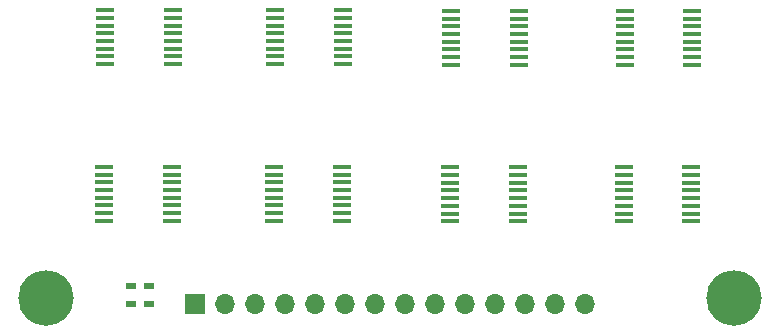
<source format=gbs>
%TF.GenerationSoftware,KiCad,Pcbnew,(5.1.9)-1*%
%TF.CreationDate,2021-05-17T19:38:57-07:00*%
%TF.ProjectId,ShiftRegBoard,53686966-7452-4656-9742-6f6172642e6b,rev?*%
%TF.SameCoordinates,Original*%
%TF.FileFunction,Soldermask,Bot*%
%TF.FilePolarity,Negative*%
%FSLAX46Y46*%
G04 Gerber Fmt 4.6, Leading zero omitted, Abs format (unit mm)*
G04 Created by KiCad (PCBNEW (5.1.9)-1) date 2021-05-17 19:38:57*
%MOMM*%
%LPD*%
G01*
G04 APERTURE LIST*
%ADD10R,1.570000X0.410000*%
%ADD11C,4.700000*%
%ADD12R,1.700000X1.700000*%
%ADD13O,1.700000X1.700000*%
%ADD14R,0.900000X0.500000*%
G04 APERTURE END LIST*
D10*
%TO.C,U7*%
X127202800Y-41071800D03*
X127202800Y-40421800D03*
X127202800Y-39771800D03*
X127202800Y-39121800D03*
X127202800Y-38471800D03*
X127202800Y-37821800D03*
X127202800Y-37171800D03*
X127202800Y-36521800D03*
X121462800Y-36521800D03*
X121462800Y-37171800D03*
X121462800Y-37821800D03*
X121462800Y-38471800D03*
X121462800Y-39121800D03*
X121462800Y-39771800D03*
X121462800Y-40421800D03*
X121462800Y-41071800D03*
%TD*%
%TO.C,U1*%
X83248100Y-41022700D03*
X83248100Y-40372700D03*
X83248100Y-39722700D03*
X83248100Y-39072700D03*
X83248100Y-38422700D03*
X83248100Y-37772700D03*
X83248100Y-37122700D03*
X83248100Y-36472700D03*
X77508100Y-36472700D03*
X77508100Y-37122700D03*
X77508100Y-37772700D03*
X77508100Y-38422700D03*
X77508100Y-39072700D03*
X77508100Y-39722700D03*
X77508100Y-40372700D03*
X77508100Y-41022700D03*
%TD*%
%TO.C,U2*%
X83133800Y-54281500D03*
X83133800Y-53631500D03*
X83133800Y-52981500D03*
X83133800Y-52331500D03*
X83133800Y-51681500D03*
X83133800Y-51031500D03*
X83133800Y-50381500D03*
X83133800Y-49731500D03*
X77393800Y-49731500D03*
X77393800Y-50381500D03*
X77393800Y-51031500D03*
X77393800Y-51681500D03*
X77393800Y-52331500D03*
X77393800Y-52981500D03*
X77393800Y-53631500D03*
X77393800Y-54281500D03*
%TD*%
%TO.C,U3*%
X97637200Y-41021000D03*
X97637200Y-40371000D03*
X97637200Y-39721000D03*
X97637200Y-39071000D03*
X97637200Y-38421000D03*
X97637200Y-37771000D03*
X97637200Y-37121000D03*
X97637200Y-36471000D03*
X91897200Y-36471000D03*
X91897200Y-37121000D03*
X91897200Y-37771000D03*
X91897200Y-38421000D03*
X91897200Y-39071000D03*
X91897200Y-39721000D03*
X91897200Y-40371000D03*
X91897200Y-41021000D03*
%TD*%
%TO.C,U4*%
X97535600Y-54267100D03*
X97535600Y-53617100D03*
X97535600Y-52967100D03*
X97535600Y-52317100D03*
X97535600Y-51667100D03*
X97535600Y-51017100D03*
X97535600Y-50367100D03*
X97535600Y-49717100D03*
X91795600Y-49717100D03*
X91795600Y-50367100D03*
X91795600Y-51017100D03*
X91795600Y-51667100D03*
X91795600Y-52317100D03*
X91795600Y-52967100D03*
X91795600Y-53617100D03*
X91795600Y-54267100D03*
%TD*%
%TO.C,U5*%
X112521600Y-41071800D03*
X112521600Y-40421800D03*
X112521600Y-39771800D03*
X112521600Y-39121800D03*
X112521600Y-38471800D03*
X112521600Y-37821800D03*
X112521600Y-37171800D03*
X112521600Y-36521800D03*
X106781600Y-36521800D03*
X106781600Y-37171800D03*
X106781600Y-37821800D03*
X106781600Y-38471800D03*
X106781600Y-39121800D03*
X106781600Y-39771800D03*
X106781600Y-40421800D03*
X106781600Y-41071800D03*
%TD*%
%TO.C,U6*%
X112407300Y-54317900D03*
X112407300Y-53667900D03*
X112407300Y-53017900D03*
X112407300Y-52367900D03*
X112407300Y-51717900D03*
X112407300Y-51067900D03*
X112407300Y-50417900D03*
X112407300Y-49767900D03*
X106667300Y-49767900D03*
X106667300Y-50417900D03*
X106667300Y-51067900D03*
X106667300Y-51717900D03*
X106667300Y-52367900D03*
X106667300Y-53017900D03*
X106667300Y-53667900D03*
X106667300Y-54317900D03*
%TD*%
%TO.C,U8*%
X127113900Y-54317900D03*
X127113900Y-53667900D03*
X127113900Y-53017900D03*
X127113900Y-52367900D03*
X127113900Y-51717900D03*
X127113900Y-51067900D03*
X127113900Y-50417900D03*
X127113900Y-49767900D03*
X121373900Y-49767900D03*
X121373900Y-50417900D03*
X121373900Y-51067900D03*
X121373900Y-51717900D03*
X121373900Y-52367900D03*
X121373900Y-53017900D03*
X121373900Y-53667900D03*
X121373900Y-54317900D03*
%TD*%
D11*
%TO.C,REF\u002A\u002A*%
X130695700Y-60845700D03*
%TD*%
%TO.C,REF\u002A\u002A*%
X72504300Y-60845700D03*
%TD*%
D12*
%TO.C,J1*%
X85115400Y-61302900D03*
D13*
X87655400Y-61302900D03*
X90195400Y-61302900D03*
X92735400Y-61302900D03*
X95275400Y-61302900D03*
X97815400Y-61302900D03*
X100355400Y-61302900D03*
X102895400Y-61302900D03*
X105435400Y-61302900D03*
X107975400Y-61302900D03*
X110515400Y-61302900D03*
X113055400Y-61302900D03*
X115595400Y-61302900D03*
X118135400Y-61302900D03*
%TD*%
D14*
%TO.C,JP1*%
X79679800Y-61304300D03*
X79679800Y-59804300D03*
%TD*%
%TO.C,JP2*%
X81191100Y-59804300D03*
X81191100Y-61304300D03*
%TD*%
M02*

</source>
